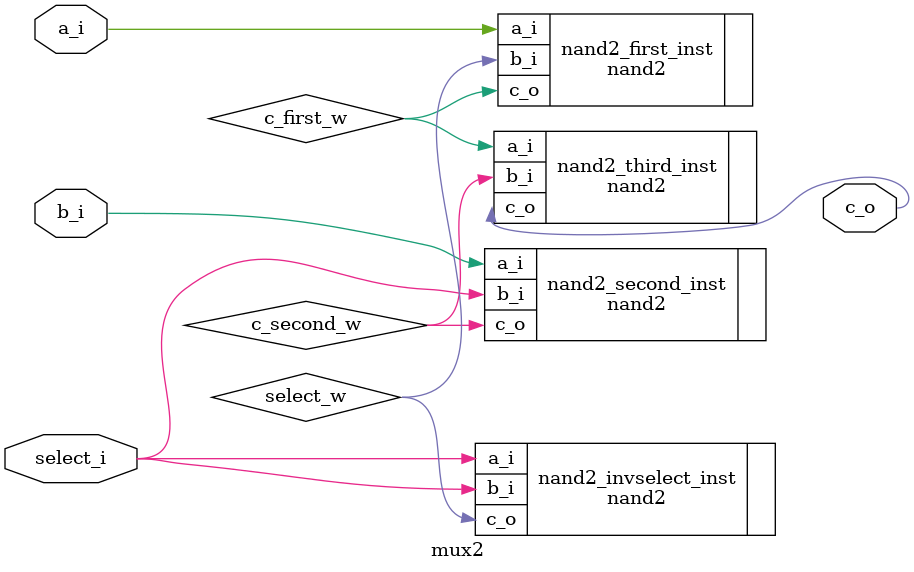
<source format=sv>
module mux2
  (input [0:0] a_i
  ,input [0:0] b_i
  ,input [0:0] select_i
  ,output [0:0] c_o);

   // For Lab 1, do not use assign statements!
   // Your code here:

  // mux2 = (a_i & ~select_i) + (b_i & select_i) 

  wire [0:0] select_w;
  wire [0:0] c_first_w;
  wire [0:0] c_second_w;

  nand2 
    #()
  nand2_invselect_inst
    (.a_i(select_i),        
     .b_i(select_i),       
     .c_o(select_w)   // select_w = ~select_i
    );

  nand2 
    #()
  nand2_first_inst
    (.a_i(a_i),        // 0,0
     .b_i(select_w),   // 0,1
     .c_o(c_first_w)   // 1,1
    );

  nand2 
    #()
  nand2_second_inst
    (.a_i(b_i),        // 1,1
     .b_i(select_i),   // 1,0     
     .c_o(c_second_w)  // 0,1
    );
  
  nand2
    #()
  nand2_third_inst
    (.a_i(c_first_w),  // 1,1
     .b_i(c_second_w), // 0,1 
     .c_o(c_o)         // 1,0
    );

 
endmodule

</source>
